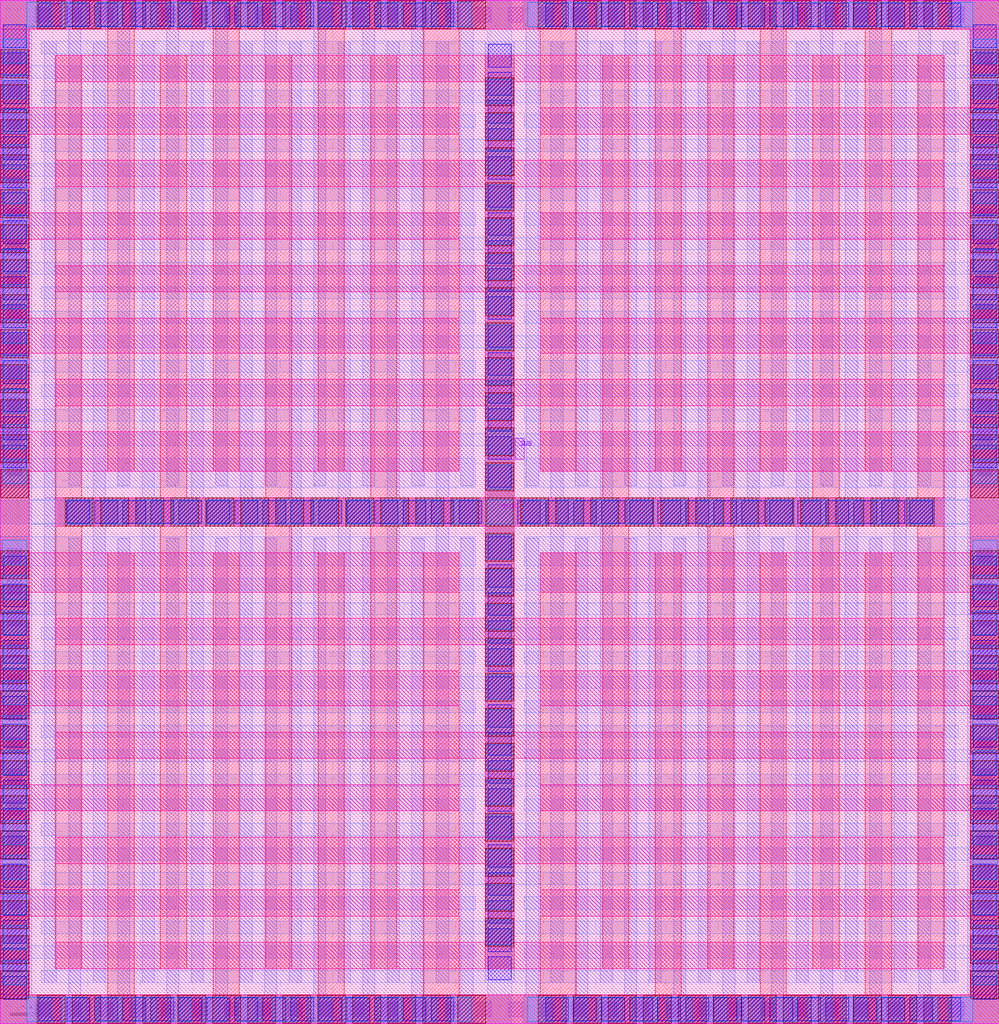
<source format=lef>
# Copyright 2020 The SkyWater PDK Authors
#
# Licensed under the Apache License, Version 2.0 (the "License");
# you may not use this file except in compliance with the License.
# You may obtain a copy of the License at
#
#     https://www.apache.org/licenses/LICENSE-2.0
#
# Unless required by applicable law or agreed to in writing, software
# distributed under the License is distributed on an "AS IS" BASIS,
# WITHOUT WARRANTIES OR CONDITIONS OF ANY KIND, either express or implied.
# See the License for the specific language governing permissions and
# limitations under the License.
#
# SPDX-License-Identifier: Apache-2.0

VERSION 5.7 ;
  NOWIREEXTENSIONATPIN ON ;
  DIVIDERCHAR "/" ;
  BUSBITCHARS "[]" ;
MACRO sky130_fd_pr__cap_vpp_11p5x11p7_m1m2m3m4_shieldl1m5
  CLASS BLOCK ;
  FOREIGN sky130_fd_pr__cap_vpp_11p5x11p7_m1m2m3m4_shieldl1m5 ;
  ORIGIN  0.000000  0.000000 ;
  SIZE  11.41000 BY  11.69000 ;
  PIN C0
    PORT
      LAYER met4 ;
        RECT  0.000000  0.000000 11.410000  0.330000 ;
        RECT  0.000000  0.330000  0.330000  1.230000 ;
        RECT  0.000000  1.230000  5.240000  1.530000 ;
        RECT  0.000000  1.530000  0.330000  2.430000 ;
        RECT  0.000000  2.430000  5.240000  2.730000 ;
        RECT  0.000000  2.730000  0.330000  3.630000 ;
        RECT  0.000000  3.630000  5.240000  4.030000 ;
        RECT  0.000000  4.030000  0.330000  4.930000 ;
        RECT  0.000000  4.930000  5.240000  5.380000 ;
        RECT  0.000000  5.380000  0.330000  6.310000 ;
        RECT  0.000000  6.310000  5.240000  6.760000 ;
        RECT  0.000000  6.760000  0.330000  7.660000 ;
        RECT  0.000000  7.660000  5.240000  8.060000 ;
        RECT  0.000000  8.060000  0.330000  8.960000 ;
        RECT  0.000000  8.960000  5.240000  9.260000 ;
        RECT  0.000000  9.260000  0.330000 10.160000 ;
        RECT  0.000000 10.160000  5.240000 10.460000 ;
        RECT  0.000000 10.460000  0.330000 11.360000 ;
        RECT  0.000000 11.360000 11.410000 11.690000 ;
        RECT  6.170000  1.230000 11.410000  1.530000 ;
        RECT  6.170000  2.430000 11.410000  2.730000 ;
        RECT  6.170000  3.630000 11.410000  4.030000 ;
        RECT  6.170000  4.930000 11.410000  5.380000 ;
        RECT  6.170000  6.310000 11.410000  6.760000 ;
        RECT  6.170000  7.660000 11.410000  8.060000 ;
        RECT  6.170000  8.960000 11.410000  9.260000 ;
        RECT  6.170000 10.160000 11.410000 10.460000 ;
        RECT 11.080000  0.330000 11.410000  1.230000 ;
        RECT 11.080000  1.530000 11.410000  2.430000 ;
        RECT 11.080000  2.730000 11.410000  3.630000 ;
        RECT 11.080000  4.030000 11.410000  4.930000 ;
        RECT 11.080000  5.380000 11.410000  6.310000 ;
        RECT 11.080000  6.760000 11.410000  7.660000 ;
        RECT 11.080000  8.060000 11.410000  8.960000 ;
        RECT 11.080000  9.260000 11.410000 10.160000 ;
        RECT 11.080000 10.460000 11.410000 11.360000 ;
    END
  END C0
  PIN C1
    PORT
      LAYER met4 ;
        RECT 0.630000  0.630000 10.780000  0.930000 ;
        RECT 0.630000  1.830000 10.780000  2.130000 ;
        RECT 0.630000  3.030000 10.780000  3.330000 ;
        RECT 0.630000  4.330000 10.780000  4.630000 ;
        RECT 0.630000  5.680000 10.780000  6.010000 ;
        RECT 0.630000  7.060000 10.780000  7.360000 ;
        RECT 0.630000  8.360000 10.780000  8.660000 ;
        RECT 0.630000  9.560000 10.780000  9.860000 ;
        RECT 0.630000 10.760000 10.780000 11.060000 ;
        RECT 5.540000  0.930000  5.870000  1.830000 ;
        RECT 5.540000  2.130000  5.870000  3.030000 ;
        RECT 5.540000  3.330000  5.870000  4.330000 ;
        RECT 5.540000  4.630000  5.870000  5.680000 ;
        RECT 5.540000  6.010000  5.870000  7.060000 ;
        RECT 5.540000  7.360000  5.870000  8.360000 ;
        RECT 5.540000  8.660000  5.870000  9.560000 ;
        RECT 5.540000  9.860000  5.870000 10.760000 ;
    END
  END C1
  PIN MET5
    PORT
      LAYER met5 ;
        RECT 0.000000 0.000000 11.410000 11.690000 ;
    END
  END MET5
  PIN SUB
    PORT
      LAYER pwell ;
        RECT 5.880000 6.445000 5.985000 6.690000 ;
    END
  END SUB
  OBS
    LAYER li1 ;
      RECT 0.000000 0.000000 11.410000 11.690000 ;
    LAYER mcon ;
      RECT  0.080000  0.580000  0.250000  0.750000 ;
      RECT  0.080000  0.940000  0.250000  1.110000 ;
      RECT  0.080000  1.300000  0.250000  1.470000 ;
      RECT  0.080000  1.660000  0.250000  1.830000 ;
      RECT  0.080000  2.020000  0.250000  2.190000 ;
      RECT  0.080000  2.380000  0.250000  2.550000 ;
      RECT  0.080000  2.740000  0.250000  2.910000 ;
      RECT  0.080000  3.100000  0.250000  3.270000 ;
      RECT  0.080000  3.460000  0.250000  3.630000 ;
      RECT  0.080000  3.820000  0.250000  3.990000 ;
      RECT  0.080000  4.180000  0.250000  4.350000 ;
      RECT  0.080000  4.540000  0.250000  4.710000 ;
      RECT  0.080000  4.900000  0.250000  5.070000 ;
      RECT  0.080000  5.260000  0.250000  5.430000 ;
      RECT  0.080000  6.260000  0.250000  6.430000 ;
      RECT  0.080000  6.620000  0.250000  6.790000 ;
      RECT  0.080000  6.980000  0.250000  7.150000 ;
      RECT  0.080000  7.340000  0.250000  7.510000 ;
      RECT  0.080000  7.700000  0.250000  7.870000 ;
      RECT  0.080000  8.060000  0.250000  8.230000 ;
      RECT  0.080000  8.420000  0.250000  8.590000 ;
      RECT  0.080000  8.780000  0.250000  8.950000 ;
      RECT  0.080000  9.140000  0.250000  9.310000 ;
      RECT  0.080000  9.500000  0.250000  9.670000 ;
      RECT  0.080000  9.860000  0.250000 10.030000 ;
      RECT  0.080000 10.220000  0.250000 10.390000 ;
      RECT  0.080000 10.580000  0.250000 10.750000 ;
      RECT  0.080000 10.940000  0.250000 11.110000 ;
      RECT  0.400000  0.080000  0.570000  0.250000 ;
      RECT  0.400000 11.440000  0.570000 11.610000 ;
      RECT  0.760000  0.080000  0.930000  0.250000 ;
      RECT  0.760000 11.440000  0.930000 11.610000 ;
      RECT  1.120000  0.080000  1.290000  0.250000 ;
      RECT  1.120000 11.440000  1.290000 11.610000 ;
      RECT  1.480000  0.080000  1.650000  0.250000 ;
      RECT  1.480000 11.440000  1.650000 11.610000 ;
      RECT  1.840000  0.080000  2.010000  0.250000 ;
      RECT  1.840000 11.440000  2.010000 11.610000 ;
      RECT  2.200000  0.080000  2.370000  0.250000 ;
      RECT  2.200000 11.440000  2.370000 11.610000 ;
      RECT  2.560000  0.080000  2.730000  0.250000 ;
      RECT  2.560000 11.440000  2.730000 11.610000 ;
      RECT  2.920000  0.080000  3.090000  0.250000 ;
      RECT  2.920000 11.440000  3.090000 11.610000 ;
      RECT  3.280000  0.080000  3.450000  0.250000 ;
      RECT  3.280000 11.440000  3.450000 11.610000 ;
      RECT  3.640000  0.080000  3.810000  0.250000 ;
      RECT  3.640000 11.440000  3.810000 11.610000 ;
      RECT  4.000000  0.080000  4.170000  0.250000 ;
      RECT  4.000000 11.440000  4.170000 11.610000 ;
      RECT  4.360000  0.080000  4.530000  0.250000 ;
      RECT  4.360000 11.440000  4.530000 11.610000 ;
      RECT  4.720000  0.080000  4.890000  0.250000 ;
      RECT  4.720000 11.440000  4.890000 11.610000 ;
      RECT  5.080000  0.080000  5.250000  0.250000 ;
      RECT  5.080000 11.440000  5.250000 11.610000 ;
      RECT  5.440000  0.080000  5.610000  0.250000 ;
      RECT  5.440000 11.440000  5.610000 11.610000 ;
      RECT  5.800000  0.080000  5.970000  0.250000 ;
      RECT  5.800000 11.440000  5.970000 11.610000 ;
      RECT  6.160000  0.080000  6.330000  0.250000 ;
      RECT  6.160000 11.440000  6.330000 11.610000 ;
      RECT  6.520000  0.080000  6.690000  0.250000 ;
      RECT  6.520000 11.440000  6.690000 11.610000 ;
      RECT  6.880000  0.080000  7.050000  0.250000 ;
      RECT  6.880000 11.440000  7.050000 11.610000 ;
      RECT  7.240000  0.080000  7.410000  0.250000 ;
      RECT  7.240000 11.440000  7.410000 11.610000 ;
      RECT  7.600000  0.080000  7.770000  0.250000 ;
      RECT  7.600000 11.440000  7.770000 11.610000 ;
      RECT  7.960000  0.080000  8.130000  0.250000 ;
      RECT  7.960000 11.440000  8.130000 11.610000 ;
      RECT  8.320000  0.080000  8.490000  0.250000 ;
      RECT  8.320000 11.440000  8.490000 11.610000 ;
      RECT  8.680000  0.080000  8.850000  0.250000 ;
      RECT  8.680000 11.440000  8.850000 11.610000 ;
      RECT  9.040000  0.080000  9.210000  0.250000 ;
      RECT  9.040000 11.440000  9.210000 11.610000 ;
      RECT  9.400000  0.080000  9.570000  0.250000 ;
      RECT  9.400000 11.440000  9.570000 11.610000 ;
      RECT  9.760000  0.080000  9.930000  0.250000 ;
      RECT  9.760000 11.440000  9.930000 11.610000 ;
      RECT 10.120000  0.080000 10.290000  0.250000 ;
      RECT 10.120000 11.440000 10.290000 11.610000 ;
      RECT 10.480000  0.080000 10.650000  0.250000 ;
      RECT 10.480000 11.440000 10.650000 11.610000 ;
      RECT 10.840000  0.080000 11.010000  0.250000 ;
      RECT 10.840000 11.440000 11.010000 11.610000 ;
      RECT 11.160000  0.580000 11.330000  0.750000 ;
      RECT 11.160000  0.940000 11.330000  1.110000 ;
      RECT 11.160000  1.300000 11.330000  1.470000 ;
      RECT 11.160000  1.660000 11.330000  1.830000 ;
      RECT 11.160000  2.020000 11.330000  2.190000 ;
      RECT 11.160000  2.380000 11.330000  2.550000 ;
      RECT 11.160000  2.740000 11.330000  2.910000 ;
      RECT 11.160000  3.100000 11.330000  3.270000 ;
      RECT 11.160000  3.460000 11.330000  3.630000 ;
      RECT 11.160000  3.820000 11.330000  3.990000 ;
      RECT 11.160000  4.180000 11.330000  4.350000 ;
      RECT 11.160000  4.540000 11.330000  4.710000 ;
      RECT 11.160000  4.900000 11.330000  5.070000 ;
      RECT 11.160000  5.260000 11.330000  5.430000 ;
      RECT 11.160000  6.260000 11.330000  6.430000 ;
      RECT 11.160000  6.620000 11.330000  6.790000 ;
      RECT 11.160000  6.980000 11.330000  7.150000 ;
      RECT 11.160000  7.340000 11.330000  7.510000 ;
      RECT 11.160000  7.700000 11.330000  7.870000 ;
      RECT 11.160000  8.060000 11.330000  8.230000 ;
      RECT 11.160000  8.420000 11.330000  8.590000 ;
      RECT 11.160000  8.780000 11.330000  8.950000 ;
      RECT 11.160000  9.140000 11.330000  9.310000 ;
      RECT 11.160000  9.500000 11.330000  9.670000 ;
      RECT 11.160000  9.860000 11.330000 10.030000 ;
      RECT 11.160000 10.220000 11.330000 10.390000 ;
      RECT 11.160000 10.580000 11.330000 10.750000 ;
      RECT 11.160000 10.940000 11.330000 11.110000 ;
    LAYER met1 ;
      RECT  0.000000  0.000000 11.410000  0.330000 ;
      RECT  0.000000  0.330000  0.360000 11.360000 ;
      RECT  0.000000 11.360000 11.410000 11.690000 ;
      RECT  0.500000  0.470000  0.640000  5.685000 ;
      RECT  0.500000  5.685000 10.910000  6.005000 ;
      RECT  0.500000  6.005000  0.640000 11.220000 ;
      RECT  0.780000  0.330000  0.920000  5.545000 ;
      RECT  0.780000  6.145000  0.920000 11.360000 ;
      RECT  1.060000  0.470000  1.200000  5.685000 ;
      RECT  1.060000  6.005000  1.200000 11.220000 ;
      RECT  1.340000  0.330000  1.480000  5.545000 ;
      RECT  1.340000  6.145000  1.480000 11.360000 ;
      RECT  1.620000  0.470000  1.760000  5.685000 ;
      RECT  1.620000  6.005000  1.760000 11.220000 ;
      RECT  1.900000  0.330000  2.040000  5.545000 ;
      RECT  1.900000  6.145000  2.040000 11.360000 ;
      RECT  2.180000  0.470000  2.320000  5.685000 ;
      RECT  2.180000  6.005000  2.320000 11.220000 ;
      RECT  2.460000  0.330000  2.600000  5.545000 ;
      RECT  2.460000  6.145000  2.600000 11.360000 ;
      RECT  2.740000  0.470000  2.880000  5.685000 ;
      RECT  2.740000  6.005000  2.880000 11.220000 ;
      RECT  3.020000  0.330000  3.160000  5.545000 ;
      RECT  3.020000  6.145000  3.160000 11.360000 ;
      RECT  3.300000  0.470000  3.440000  5.685000 ;
      RECT  3.300000  6.005000  3.440000 11.220000 ;
      RECT  3.580000  0.330000  3.720000  5.545000 ;
      RECT  3.580000  6.145000  3.720000 11.360000 ;
      RECT  3.860000  0.470000  4.000000  5.685000 ;
      RECT  3.860000  6.005000  4.000000 11.220000 ;
      RECT  4.140000  0.330000  4.280000  5.545000 ;
      RECT  4.140000  6.145000  4.280000 11.360000 ;
      RECT  4.420000  0.470000  4.560000  5.685000 ;
      RECT  4.420000  6.005000  4.560000 11.220000 ;
      RECT  4.700000  0.330000  4.840000  5.545000 ;
      RECT  4.700000  6.145000  4.840000 11.360000 ;
      RECT  4.980000  0.470000  5.120000  5.685000 ;
      RECT  4.980000  6.005000  5.120000 11.220000 ;
      RECT  5.260000  0.330000  5.400000  5.545000 ;
      RECT  5.260000  6.145000  5.400000 11.360000 ;
      RECT  5.540000  0.470000  5.870000  5.685000 ;
      RECT  5.540000  6.005000  5.870000 11.220000 ;
      RECT  6.010000  0.330000  6.150000  5.545000 ;
      RECT  6.010000  6.145000  6.150000 11.360000 ;
      RECT  6.290000  0.470000  6.430000  5.685000 ;
      RECT  6.290000  6.005000  6.430000 11.220000 ;
      RECT  6.570000  0.330000  6.710000  5.545000 ;
      RECT  6.570000  6.145000  6.710000 11.360000 ;
      RECT  6.850000  0.470000  6.990000  5.685000 ;
      RECT  6.850000  6.005000  6.990000 11.220000 ;
      RECT  7.130000  0.330000  7.270000  5.545000 ;
      RECT  7.130000  6.145000  7.270000 11.360000 ;
      RECT  7.410000  0.470000  7.550000  5.685000 ;
      RECT  7.410000  6.005000  7.550000 11.220000 ;
      RECT  7.690000  0.330000  7.830000  5.545000 ;
      RECT  7.690000  6.145000  7.830000 11.360000 ;
      RECT  7.970000  0.470000  8.110000  5.685000 ;
      RECT  7.970000  6.005000  8.110000 11.220000 ;
      RECT  8.250000  0.330000  8.390000  5.545000 ;
      RECT  8.250000  6.145000  8.390000 11.360000 ;
      RECT  8.530000  0.470000  8.670000  5.685000 ;
      RECT  8.530000  6.005000  8.670000 11.220000 ;
      RECT  8.810000  0.330000  8.950000  5.545000 ;
      RECT  8.810000  6.145000  8.950000 11.360000 ;
      RECT  9.090000  0.470000  9.230000  5.685000 ;
      RECT  9.090000  6.005000  9.230000 11.220000 ;
      RECT  9.370000  0.330000  9.510000  5.545000 ;
      RECT  9.370000  6.145000  9.510000 11.360000 ;
      RECT  9.650000  0.470000  9.790000  5.685000 ;
      RECT  9.650000  6.005000  9.790000 11.220000 ;
      RECT  9.930000  0.330000 10.070000  5.545000 ;
      RECT  9.930000  6.145000 10.070000 11.360000 ;
      RECT 10.210000  0.470000 10.350000  5.685000 ;
      RECT 10.210000  6.005000 10.350000 11.220000 ;
      RECT 10.490000  0.330000 10.630000  5.545000 ;
      RECT 10.490000  6.145000 10.630000 11.360000 ;
      RECT 10.770000  0.470000 10.910000  5.685000 ;
      RECT 10.770000  6.005000 10.910000 11.220000 ;
      RECT 11.050000  0.330000 11.410000 11.360000 ;
    LAYER met2 ;
      RECT  0.000000  0.000000  5.430000  0.330000 ;
      RECT  0.000000  0.330000  0.330000  0.750000 ;
      RECT  0.000000  0.750000  5.425000  0.890000 ;
      RECT  0.000000  0.890000  0.330000  1.310000 ;
      RECT  0.000000  1.310000  5.425000  1.450000 ;
      RECT  0.000000  1.450000  0.330000  1.870000 ;
      RECT  0.000000  1.870000  5.425000  2.010000 ;
      RECT  0.000000  2.010000  0.330000  2.430000 ;
      RECT  0.000000  2.430000  5.425000  2.570000 ;
      RECT  0.000000  2.570000  0.330000  2.990000 ;
      RECT  0.000000  2.990000  5.425000  3.130000 ;
      RECT  0.000000  3.130000  0.330000  3.550000 ;
      RECT  0.000000  3.550000  5.425000  3.690000 ;
      RECT  0.000000  3.690000  0.330000  4.110000 ;
      RECT  0.000000  4.110000  5.425000  4.250000 ;
      RECT  0.000000  4.250000  0.330000  4.670000 ;
      RECT  0.000000  4.670000  5.425000  4.810000 ;
      RECT  0.000000  4.810000  0.330000  5.230000 ;
      RECT  0.000000  5.230000  5.425000  5.565000 ;
      RECT  0.000000  5.565000  0.330000  5.570000 ;
      RECT  0.000000  5.710000 11.410000  5.980000 ;
      RECT  0.000000  6.120000  0.330000  6.125000 ;
      RECT  0.000000  6.125000  5.425000  6.460000 ;
      RECT  0.000000  6.460000  0.330000  6.880000 ;
      RECT  0.000000  6.880000  5.425000  7.020000 ;
      RECT  0.000000  7.020000  0.330000  7.440000 ;
      RECT  0.000000  7.440000  5.425000  7.580000 ;
      RECT  0.000000  7.580000  0.330000  8.000000 ;
      RECT  0.000000  8.000000  5.425000  8.140000 ;
      RECT  0.000000  8.140000  0.330000  8.560000 ;
      RECT  0.000000  8.560000  5.425000  8.700000 ;
      RECT  0.000000  8.700000  0.330000  9.120000 ;
      RECT  0.000000  9.120000  5.425000  9.260000 ;
      RECT  0.000000  9.260000  0.330000  9.680000 ;
      RECT  0.000000  9.680000  5.425000  9.820000 ;
      RECT  0.000000  9.820000  0.330000 10.240000 ;
      RECT  0.000000 10.240000  5.425000 10.380000 ;
      RECT  0.000000 10.380000  0.330000 10.800000 ;
      RECT  0.000000 10.800000  5.425000 10.940000 ;
      RECT  0.000000 10.940000  0.330000 11.360000 ;
      RECT  0.000000 11.360000  5.430000 11.690000 ;
      RECT  0.370000  5.705000 11.040000  5.710000 ;
      RECT  0.370000  5.980000 11.040000  5.985000 ;
      RECT  0.470000  0.470000 10.940000  0.610000 ;
      RECT  0.470000  1.030000 10.940000  1.170000 ;
      RECT  0.470000  1.590000 10.940000  1.730000 ;
      RECT  0.470000  2.150000 10.940000  2.290000 ;
      RECT  0.470000  2.710000 10.940000  2.850000 ;
      RECT  0.470000  3.270000 10.940000  3.410000 ;
      RECT  0.470000  3.830000 10.940000  3.970000 ;
      RECT  0.470000  4.390000 10.940000  4.530000 ;
      RECT  0.470000  4.950000 10.940000  5.090000 ;
      RECT  0.470000  6.600000 10.940000  6.740000 ;
      RECT  0.470000  7.160000 10.940000  7.300000 ;
      RECT  0.470000  7.720000 10.940000  7.860000 ;
      RECT  0.470000  8.280000 10.940000  8.420000 ;
      RECT  0.470000  8.840000 10.940000  8.980000 ;
      RECT  0.470000  9.400000 10.940000  9.540000 ;
      RECT  0.470000  9.960000 10.940000 10.100000 ;
      RECT  0.470000 10.520000 10.940000 10.660000 ;
      RECT  0.470000 11.080000 10.940000 11.220000 ;
      RECT  5.565000  0.610000  5.845000  1.030000 ;
      RECT  5.565000  1.170000  5.845000  1.590000 ;
      RECT  5.565000  1.730000  5.845000  2.150000 ;
      RECT  5.565000  2.290000  5.845000  2.710000 ;
      RECT  5.565000  2.850000  5.845000  3.270000 ;
      RECT  5.565000  3.410000  5.845000  3.830000 ;
      RECT  5.565000  3.970000  5.845000  4.390000 ;
      RECT  5.565000  4.530000  5.845000  4.950000 ;
      RECT  5.565000  5.090000  5.845000  5.705000 ;
      RECT  5.565000  5.985000  5.845000  6.600000 ;
      RECT  5.565000  6.740000  5.845000  7.160000 ;
      RECT  5.565000  7.300000  5.845000  7.720000 ;
      RECT  5.565000  7.860000  5.845000  8.280000 ;
      RECT  5.565000  8.420000  5.845000  8.840000 ;
      RECT  5.565000  8.980000  5.845000  9.400000 ;
      RECT  5.565000  9.540000  5.845000  9.960000 ;
      RECT  5.565000 10.100000  5.845000 10.520000 ;
      RECT  5.565000 10.660000  5.845000 11.080000 ;
      RECT  5.570000  0.000000  5.840000  0.470000 ;
      RECT  5.570000 11.220000  5.840000 11.690000 ;
      RECT  5.980000  0.000000 11.410000  0.330000 ;
      RECT  5.980000 11.360000 11.410000 11.690000 ;
      RECT  5.985000  0.750000 11.410000  0.890000 ;
      RECT  5.985000  1.310000 11.410000  1.450000 ;
      RECT  5.985000  1.870000 11.410000  2.010000 ;
      RECT  5.985000  2.430000 11.410000  2.570000 ;
      RECT  5.985000  2.990000 11.410000  3.130000 ;
      RECT  5.985000  3.550000 11.410000  3.690000 ;
      RECT  5.985000  4.110000 11.410000  4.250000 ;
      RECT  5.985000  4.670000 11.410000  4.810000 ;
      RECT  5.985000  5.230000 11.410000  5.565000 ;
      RECT  5.985000  6.125000 11.410000  6.460000 ;
      RECT  5.985000  6.880000 11.410000  7.020000 ;
      RECT  5.985000  7.440000 11.410000  7.580000 ;
      RECT  5.985000  8.000000 11.410000  8.140000 ;
      RECT  5.985000  8.560000 11.410000  8.700000 ;
      RECT  5.985000  9.120000 11.410000  9.260000 ;
      RECT  5.985000  9.680000 11.410000  9.820000 ;
      RECT  5.985000 10.240000 11.410000 10.380000 ;
      RECT  5.985000 10.800000 11.410000 10.940000 ;
      RECT 11.080000  0.330000 11.410000  0.750000 ;
      RECT 11.080000  0.890000 11.410000  1.310000 ;
      RECT 11.080000  1.450000 11.410000  1.870000 ;
      RECT 11.080000  2.010000 11.410000  2.430000 ;
      RECT 11.080000  2.570000 11.410000  2.990000 ;
      RECT 11.080000  3.130000 11.410000  3.550000 ;
      RECT 11.080000  3.690000 11.410000  4.110000 ;
      RECT 11.080000  4.250000 11.410000  4.670000 ;
      RECT 11.080000  4.810000 11.410000  5.230000 ;
      RECT 11.080000  5.565000 11.410000  5.570000 ;
      RECT 11.080000  6.120000 11.410000  6.125000 ;
      RECT 11.080000  6.460000 11.410000  6.880000 ;
      RECT 11.080000  7.020000 11.410000  7.440000 ;
      RECT 11.080000  7.580000 11.410000  8.000000 ;
      RECT 11.080000  8.140000 11.410000  8.560000 ;
      RECT 11.080000  8.700000 11.410000  9.120000 ;
      RECT 11.080000  9.260000 11.410000  9.680000 ;
      RECT 11.080000  9.820000 11.410000 10.240000 ;
      RECT 11.080000 10.380000 11.410000 10.800000 ;
      RECT 11.080000 10.940000 11.410000 11.360000 ;
    LAYER met3 ;
      RECT  0.000000  0.000000 11.410000  0.330000 ;
      RECT  0.000000  0.330000  0.330000 11.360000 ;
      RECT  0.000000 11.360000 11.410000 11.690000 ;
      RECT  0.630000  0.630000  0.930000  5.680000 ;
      RECT  0.630000  5.680000 10.780000  6.010000 ;
      RECT  0.630000  6.010000  0.930000 11.060000 ;
      RECT  1.230000  0.330000  1.530000  5.380000 ;
      RECT  1.230000  6.310000  1.530000 11.360000 ;
      RECT  1.830000  0.630000  2.130000  5.680000 ;
      RECT  1.830000  6.010000  2.130000 11.060000 ;
      RECT  2.430000  0.330000  2.730000  5.380000 ;
      RECT  2.430000  6.310000  2.730000 11.360000 ;
      RECT  3.030000  0.630000  3.330000  5.680000 ;
      RECT  3.030000  6.010000  3.330000 11.060000 ;
      RECT  3.630000  0.330000  3.930000  5.380000 ;
      RECT  3.630000  6.310000  3.930000 11.360000 ;
      RECT  4.230000  0.630000  4.530000  5.680000 ;
      RECT  4.230000  6.010000  4.530000 11.060000 ;
      RECT  4.830000  0.330000  5.240000  5.380000 ;
      RECT  4.830000  6.310000  5.240000 11.360000 ;
      RECT  5.540000  0.630000  5.870000  5.680000 ;
      RECT  5.540000  6.010000  5.870000 11.060000 ;
      RECT  6.170000  0.330000  6.580000  5.380000 ;
      RECT  6.170000  6.310000  6.580000 11.360000 ;
      RECT  6.880000  0.630000  7.180000  5.680000 ;
      RECT  6.880000  6.010000  7.180000 11.060000 ;
      RECT  7.480000  0.330000  7.780000  5.380000 ;
      RECT  7.480000  6.310000  7.780000 11.360000 ;
      RECT  8.080000  0.630000  8.380000  5.680000 ;
      RECT  8.080000  6.010000  8.380000 11.060000 ;
      RECT  8.680000  0.330000  8.980000  5.380000 ;
      RECT  8.680000  6.310000  8.980000 11.360000 ;
      RECT  9.280000  0.630000  9.580000  5.680000 ;
      RECT  9.280000  6.010000  9.580000 11.060000 ;
      RECT  9.880000  0.330000 10.180000  5.380000 ;
      RECT  9.880000  6.310000 10.180000 11.360000 ;
      RECT 10.480000  0.630000 10.780000  5.680000 ;
      RECT 10.480000  6.010000 10.780000 11.060000 ;
      RECT 11.080000  0.330000 11.410000 11.360000 ;
    LAYER via ;
      RECT  0.035000  0.280000  0.295000  0.540000 ;
      RECT  0.035000  0.600000  0.295000  0.860000 ;
      RECT  0.035000  0.920000  0.295000  1.180000 ;
      RECT  0.035000  1.240000  0.295000  1.500000 ;
      RECT  0.035000  1.560000  0.295000  1.820000 ;
      RECT  0.035000  1.880000  0.295000  2.140000 ;
      RECT  0.035000  2.200000  0.295000  2.460000 ;
      RECT  0.035000  2.520000  0.295000  2.780000 ;
      RECT  0.035000  2.840000  0.295000  3.100000 ;
      RECT  0.035000  3.160000  0.295000  3.420000 ;
      RECT  0.035000  3.480000  0.295000  3.740000 ;
      RECT  0.035000  3.800000  0.295000  4.060000 ;
      RECT  0.035000  4.120000  0.295000  4.380000 ;
      RECT  0.035000  4.440000  0.295000  4.700000 ;
      RECT  0.035000  4.760000  0.295000  5.020000 ;
      RECT  0.035000  5.080000  0.295000  5.340000 ;
      RECT  0.035000  6.350000  0.295000  6.610000 ;
      RECT  0.035000  6.670000  0.295000  6.930000 ;
      RECT  0.035000  6.990000  0.295000  7.250000 ;
      RECT  0.035000  7.310000  0.295000  7.570000 ;
      RECT  0.035000  7.630000  0.295000  7.890000 ;
      RECT  0.035000  7.950000  0.295000  8.210000 ;
      RECT  0.035000  8.270000  0.295000  8.530000 ;
      RECT  0.035000  8.590000  0.295000  8.850000 ;
      RECT  0.035000  8.910000  0.295000  9.170000 ;
      RECT  0.035000  9.230000  0.295000  9.490000 ;
      RECT  0.035000  9.550000  0.295000  9.810000 ;
      RECT  0.035000  9.870000  0.295000 10.130000 ;
      RECT  0.035000 10.190000  0.295000 10.450000 ;
      RECT  0.035000 10.510000  0.295000 10.770000 ;
      RECT  0.035000 10.830000  0.295000 11.090000 ;
      RECT  0.035000 11.150000  0.295000 11.410000 ;
      RECT  0.440000  0.035000  0.700000  0.295000 ;
      RECT  0.440000 11.395000  0.700000 11.655000 ;
      RECT  0.760000  0.035000  1.020000  0.295000 ;
      RECT  0.760000  5.715000  1.020000  5.975000 ;
      RECT  0.760000 11.395000  1.020000 11.655000 ;
      RECT  1.080000  0.035000  1.340000  0.295000 ;
      RECT  1.080000  5.715000  1.340000  5.975000 ;
      RECT  1.080000 11.395000  1.340000 11.655000 ;
      RECT  1.400000  0.035000  1.660000  0.295000 ;
      RECT  1.400000  5.715000  1.660000  5.975000 ;
      RECT  1.400000 11.395000  1.660000 11.655000 ;
      RECT  1.720000  0.035000  1.980000  0.295000 ;
      RECT  1.720000  5.715000  1.980000  5.975000 ;
      RECT  1.720000 11.395000  1.980000 11.655000 ;
      RECT  2.040000  0.035000  2.300000  0.295000 ;
      RECT  2.040000  5.715000  2.300000  5.975000 ;
      RECT  2.040000 11.395000  2.300000 11.655000 ;
      RECT  2.360000  0.035000  2.620000  0.295000 ;
      RECT  2.360000  5.715000  2.620000  5.975000 ;
      RECT  2.360000 11.395000  2.620000 11.655000 ;
      RECT  2.680000  0.035000  2.940000  0.295000 ;
      RECT  2.680000  5.715000  2.940000  5.975000 ;
      RECT  2.680000 11.395000  2.940000 11.655000 ;
      RECT  3.000000  0.035000  3.260000  0.295000 ;
      RECT  3.000000  5.715000  3.260000  5.975000 ;
      RECT  3.000000 11.395000  3.260000 11.655000 ;
      RECT  3.320000  0.035000  3.580000  0.295000 ;
      RECT  3.320000  5.715000  3.580000  5.975000 ;
      RECT  3.320000 11.395000  3.580000 11.655000 ;
      RECT  3.640000  0.035000  3.900000  0.295000 ;
      RECT  3.640000  5.715000  3.900000  5.975000 ;
      RECT  3.640000 11.395000  3.900000 11.655000 ;
      RECT  3.960000  0.035000  4.220000  0.295000 ;
      RECT  3.960000  5.715000  4.220000  5.975000 ;
      RECT  3.960000 11.395000  4.220000 11.655000 ;
      RECT  4.280000  0.035000  4.540000  0.295000 ;
      RECT  4.280000  5.715000  4.540000  5.975000 ;
      RECT  4.280000 11.395000  4.540000 11.655000 ;
      RECT  4.600000  0.035000  4.860000  0.295000 ;
      RECT  4.600000  5.715000  4.860000  5.975000 ;
      RECT  4.600000 11.395000  4.860000 11.655000 ;
      RECT  4.920000  0.035000  5.180000  0.295000 ;
      RECT  4.920000  5.715000  5.180000  5.975000 ;
      RECT  4.920000 11.395000  5.180000 11.655000 ;
      RECT  5.240000  5.715000  5.500000  5.975000 ;
      RECT  5.575000  0.505000  5.835000  0.765000 ;
      RECT  5.575000  0.825000  5.835000  1.085000 ;
      RECT  5.575000  1.145000  5.835000  1.405000 ;
      RECT  5.575000  1.465000  5.835000  1.725000 ;
      RECT  5.575000  1.785000  5.835000  2.045000 ;
      RECT  5.575000  2.105000  5.835000  2.365000 ;
      RECT  5.575000  2.425000  5.835000  2.685000 ;
      RECT  5.575000  2.745000  5.835000  3.005000 ;
      RECT  5.575000  3.065000  5.835000  3.325000 ;
      RECT  5.575000  3.385000  5.835000  3.645000 ;
      RECT  5.575000  3.705000  5.835000  3.965000 ;
      RECT  5.575000  4.025000  5.835000  4.285000 ;
      RECT  5.575000  4.345000  5.835000  4.605000 ;
      RECT  5.575000  4.665000  5.835000  4.925000 ;
      RECT  5.575000  4.985000  5.835000  5.245000 ;
      RECT  5.575000  5.305000  5.835000  5.565000 ;
      RECT  5.575000  6.125000  5.835000  6.385000 ;
      RECT  5.575000  6.445000  5.835000  6.705000 ;
      RECT  5.575000  6.765000  5.835000  7.025000 ;
      RECT  5.575000  7.085000  5.835000  7.345000 ;
      RECT  5.575000  7.405000  5.835000  7.665000 ;
      RECT  5.575000  7.725000  5.835000  7.985000 ;
      RECT  5.575000  8.045000  5.835000  8.305000 ;
      RECT  5.575000  8.365000  5.835000  8.625000 ;
      RECT  5.575000  8.685000  5.835000  8.945000 ;
      RECT  5.575000  9.005000  5.835000  9.265000 ;
      RECT  5.575000  9.325000  5.835000  9.585000 ;
      RECT  5.575000  9.645000  5.835000  9.905000 ;
      RECT  5.575000  9.965000  5.835000 10.225000 ;
      RECT  5.575000 10.285000  5.835000 10.545000 ;
      RECT  5.575000 10.605000  5.835000 10.865000 ;
      RECT  5.575000 10.925000  5.835000 11.185000 ;
      RECT  5.910000  5.715000  6.170000  5.975000 ;
      RECT  6.230000  0.035000  6.490000  0.295000 ;
      RECT  6.230000  5.715000  6.490000  5.975000 ;
      RECT  6.230000 11.395000  6.490000 11.655000 ;
      RECT  6.550000  0.035000  6.810000  0.295000 ;
      RECT  6.550000  5.715000  6.810000  5.975000 ;
      RECT  6.550000 11.395000  6.810000 11.655000 ;
      RECT  6.870000  0.035000  7.130000  0.295000 ;
      RECT  6.870000  5.715000  7.130000  5.975000 ;
      RECT  6.870000 11.395000  7.130000 11.655000 ;
      RECT  7.190000  0.035000  7.450000  0.295000 ;
      RECT  7.190000  5.715000  7.450000  5.975000 ;
      RECT  7.190000 11.395000  7.450000 11.655000 ;
      RECT  7.510000  0.035000  7.770000  0.295000 ;
      RECT  7.510000  5.715000  7.770000  5.975000 ;
      RECT  7.510000 11.395000  7.770000 11.655000 ;
      RECT  7.830000  0.035000  8.090000  0.295000 ;
      RECT  7.830000  5.715000  8.090000  5.975000 ;
      RECT  7.830000 11.395000  8.090000 11.655000 ;
      RECT  8.150000  0.035000  8.410000  0.295000 ;
      RECT  8.150000  5.715000  8.410000  5.975000 ;
      RECT  8.150000 11.395000  8.410000 11.655000 ;
      RECT  8.470000  0.035000  8.730000  0.295000 ;
      RECT  8.470000  5.715000  8.730000  5.975000 ;
      RECT  8.470000 11.395000  8.730000 11.655000 ;
      RECT  8.790000  0.035000  9.050000  0.295000 ;
      RECT  8.790000  5.715000  9.050000  5.975000 ;
      RECT  8.790000 11.395000  9.050000 11.655000 ;
      RECT  9.110000  0.035000  9.370000  0.295000 ;
      RECT  9.110000  5.715000  9.370000  5.975000 ;
      RECT  9.110000 11.395000  9.370000 11.655000 ;
      RECT  9.430000  0.035000  9.690000  0.295000 ;
      RECT  9.430000  5.715000  9.690000  5.975000 ;
      RECT  9.430000 11.395000  9.690000 11.655000 ;
      RECT  9.750000  0.035000 10.010000  0.295000 ;
      RECT  9.750000  5.715000 10.010000  5.975000 ;
      RECT  9.750000 11.395000 10.010000 11.655000 ;
      RECT 10.070000  0.035000 10.330000  0.295000 ;
      RECT 10.070000  5.715000 10.330000  5.975000 ;
      RECT 10.070000 11.395000 10.330000 11.655000 ;
      RECT 10.390000  0.035000 10.650000  0.295000 ;
      RECT 10.390000  5.715000 10.650000  5.975000 ;
      RECT 10.390000 11.395000 10.650000 11.655000 ;
      RECT 10.710000  0.035000 10.970000  0.295000 ;
      RECT 10.710000 11.395000 10.970000 11.655000 ;
      RECT 11.115000  0.280000 11.375000  0.540000 ;
      RECT 11.115000  0.600000 11.375000  0.860000 ;
      RECT 11.115000  0.920000 11.375000  1.180000 ;
      RECT 11.115000  1.240000 11.375000  1.500000 ;
      RECT 11.115000  1.560000 11.375000  1.820000 ;
      RECT 11.115000  1.880000 11.375000  2.140000 ;
      RECT 11.115000  2.200000 11.375000  2.460000 ;
      RECT 11.115000  2.520000 11.375000  2.780000 ;
      RECT 11.115000  2.840000 11.375000  3.100000 ;
      RECT 11.115000  3.160000 11.375000  3.420000 ;
      RECT 11.115000  3.480000 11.375000  3.740000 ;
      RECT 11.115000  3.800000 11.375000  4.060000 ;
      RECT 11.115000  4.120000 11.375000  4.380000 ;
      RECT 11.115000  4.440000 11.375000  4.700000 ;
      RECT 11.115000  4.760000 11.375000  5.020000 ;
      RECT 11.115000  5.080000 11.375000  5.340000 ;
      RECT 11.115000  6.350000 11.375000  6.610000 ;
      RECT 11.115000  6.670000 11.375000  6.930000 ;
      RECT 11.115000  6.990000 11.375000  7.250000 ;
      RECT 11.115000  7.310000 11.375000  7.570000 ;
      RECT 11.115000  7.630000 11.375000  7.890000 ;
      RECT 11.115000  7.950000 11.375000  8.210000 ;
      RECT 11.115000  8.270000 11.375000  8.530000 ;
      RECT 11.115000  8.590000 11.375000  8.850000 ;
      RECT 11.115000  8.910000 11.375000  9.170000 ;
      RECT 11.115000  9.230000 11.375000  9.490000 ;
      RECT 11.115000  9.550000 11.375000  9.810000 ;
      RECT 11.115000  9.870000 11.375000 10.130000 ;
      RECT 11.115000 10.190000 11.375000 10.450000 ;
      RECT 11.115000 10.510000 11.375000 10.770000 ;
      RECT 11.115000 10.830000 11.375000 11.090000 ;
      RECT 11.115000 11.150000 11.375000 11.410000 ;
    LAYER via2 ;
      RECT  0.025000  0.445000  0.305000  0.725000 ;
      RECT  0.025000  0.845000  0.305000  1.125000 ;
      RECT  0.025000  1.245000  0.305000  1.525000 ;
      RECT  0.025000  1.645000  0.305000  1.925000 ;
      RECT  0.025000  2.045000  0.305000  2.325000 ;
      RECT  0.025000  2.445000  0.305000  2.725000 ;
      RECT  0.025000  2.845000  0.305000  3.125000 ;
      RECT  0.025000  3.245000  0.305000  3.525000 ;
      RECT  0.025000  3.645000  0.305000  3.925000 ;
      RECT  0.025000  4.045000  0.305000  4.325000 ;
      RECT  0.025000  4.445000  0.305000  4.725000 ;
      RECT  0.025000  4.845000  0.305000  5.125000 ;
      RECT  0.025000  5.245000  0.305000  5.525000 ;
      RECT  0.025000  6.165000  0.305000  6.445000 ;
      RECT  0.025000  6.565000  0.305000  6.845000 ;
      RECT  0.025000  6.965000  0.305000  7.245000 ;
      RECT  0.025000  7.365000  0.305000  7.645000 ;
      RECT  0.025000  7.765000  0.305000  8.045000 ;
      RECT  0.025000  8.165000  0.305000  8.445000 ;
      RECT  0.025000  8.565000  0.305000  8.845000 ;
      RECT  0.025000  8.965000  0.305000  9.245000 ;
      RECT  0.025000  9.365000  0.305000  9.645000 ;
      RECT  0.025000  9.765000  0.305000 10.045000 ;
      RECT  0.025000 10.165000  0.305000 10.445000 ;
      RECT  0.025000 10.565000  0.305000 10.845000 ;
      RECT  0.025000 10.965000  0.305000 11.245000 ;
      RECT  0.305000  0.025000  0.585000  0.305000 ;
      RECT  0.305000 11.385000  0.585000 11.665000 ;
      RECT  0.705000  0.025000  0.985000  0.305000 ;
      RECT  0.705000 11.385000  0.985000 11.665000 ;
      RECT  0.765000  5.705000  1.045000  5.985000 ;
      RECT  1.105000  0.025000  1.385000  0.305000 ;
      RECT  1.105000 11.385000  1.385000 11.665000 ;
      RECT  1.165000  5.705000  1.445000  5.985000 ;
      RECT  1.505000  0.025000  1.785000  0.305000 ;
      RECT  1.505000 11.385000  1.785000 11.665000 ;
      RECT  1.565000  5.705000  1.845000  5.985000 ;
      RECT  1.905000  0.025000  2.185000  0.305000 ;
      RECT  1.905000 11.385000  2.185000 11.665000 ;
      RECT  1.965000  5.705000  2.245000  5.985000 ;
      RECT  2.305000  0.025000  2.585000  0.305000 ;
      RECT  2.305000 11.385000  2.585000 11.665000 ;
      RECT  2.365000  5.705000  2.645000  5.985000 ;
      RECT  2.705000  0.025000  2.985000  0.305000 ;
      RECT  2.705000 11.385000  2.985000 11.665000 ;
      RECT  2.765000  5.705000  3.045000  5.985000 ;
      RECT  3.105000  0.025000  3.385000  0.305000 ;
      RECT  3.105000 11.385000  3.385000 11.665000 ;
      RECT  3.165000  5.705000  3.445000  5.985000 ;
      RECT  3.505000  0.025000  3.785000  0.305000 ;
      RECT  3.505000 11.385000  3.785000 11.665000 ;
      RECT  3.565000  5.705000  3.845000  5.985000 ;
      RECT  3.905000  0.025000  4.185000  0.305000 ;
      RECT  3.905000 11.385000  4.185000 11.665000 ;
      RECT  3.965000  5.705000  4.245000  5.985000 ;
      RECT  4.305000  0.025000  4.585000  0.305000 ;
      RECT  4.305000 11.385000  4.585000 11.665000 ;
      RECT  4.365000  5.705000  4.645000  5.985000 ;
      RECT  4.705000  0.025000  4.985000  0.305000 ;
      RECT  4.705000 11.385000  4.985000 11.665000 ;
      RECT  4.765000  5.705000  5.045000  5.985000 ;
      RECT  5.105000  0.025000  5.385000  0.305000 ;
      RECT  5.105000 11.385000  5.385000 11.665000 ;
      RECT  5.165000  5.705000  5.445000  5.985000 ;
      RECT  5.565000  0.905000  5.845000  1.185000 ;
      RECT  5.565000  1.305000  5.845000  1.585000 ;
      RECT  5.565000  1.705000  5.845000  1.985000 ;
      RECT  5.565000  2.105000  5.845000  2.385000 ;
      RECT  5.565000  2.505000  5.845000  2.785000 ;
      RECT  5.565000  2.905000  5.845000  3.185000 ;
      RECT  5.565000  3.305000  5.845000  3.585000 ;
      RECT  5.565000  3.705000  5.845000  3.985000 ;
      RECT  5.565000  4.105000  5.845000  4.385000 ;
      RECT  5.565000  4.505000  5.845000  4.785000 ;
      RECT  5.565000  4.905000  5.845000  5.185000 ;
      RECT  5.565000  5.305000  5.845000  5.585000 ;
      RECT  5.565000  5.705000  5.845000  5.985000 ;
      RECT  5.565000  6.105000  5.845000  6.385000 ;
      RECT  5.565000  6.505000  5.845000  6.785000 ;
      RECT  5.565000  6.905000  5.845000  7.185000 ;
      RECT  5.565000  7.305000  5.845000  7.585000 ;
      RECT  5.565000  7.705000  5.845000  7.985000 ;
      RECT  5.565000  8.105000  5.845000  8.385000 ;
      RECT  5.565000  8.505000  5.845000  8.785000 ;
      RECT  5.565000  8.905000  5.845000  9.185000 ;
      RECT  5.565000  9.305000  5.845000  9.585000 ;
      RECT  5.565000  9.705000  5.845000  9.985000 ;
      RECT  5.565000 10.105000  5.845000 10.385000 ;
      RECT  5.565000 10.505000  5.845000 10.785000 ;
      RECT  5.965000  5.705000  6.245000  5.985000 ;
      RECT  6.025000  0.025000  6.305000  0.305000 ;
      RECT  6.025000 11.385000  6.305000 11.665000 ;
      RECT  6.365000  5.705000  6.645000  5.985000 ;
      RECT  6.425000  0.025000  6.705000  0.305000 ;
      RECT  6.425000 11.385000  6.705000 11.665000 ;
      RECT  6.765000  5.705000  7.045000  5.985000 ;
      RECT  6.825000  0.025000  7.105000  0.305000 ;
      RECT  6.825000 11.385000  7.105000 11.665000 ;
      RECT  7.165000  5.705000  7.445000  5.985000 ;
      RECT  7.225000  0.025000  7.505000  0.305000 ;
      RECT  7.225000 11.385000  7.505000 11.665000 ;
      RECT  7.565000  5.705000  7.845000  5.985000 ;
      RECT  7.625000  0.025000  7.905000  0.305000 ;
      RECT  7.625000 11.385000  7.905000 11.665000 ;
      RECT  7.965000  5.705000  8.245000  5.985000 ;
      RECT  8.025000  0.025000  8.305000  0.305000 ;
      RECT  8.025000 11.385000  8.305000 11.665000 ;
      RECT  8.365000  5.705000  8.645000  5.985000 ;
      RECT  8.425000  0.025000  8.705000  0.305000 ;
      RECT  8.425000 11.385000  8.705000 11.665000 ;
      RECT  8.765000  5.705000  9.045000  5.985000 ;
      RECT  8.825000  0.025000  9.105000  0.305000 ;
      RECT  8.825000 11.385000  9.105000 11.665000 ;
      RECT  9.165000  5.705000  9.445000  5.985000 ;
      RECT  9.225000  0.025000  9.505000  0.305000 ;
      RECT  9.225000 11.385000  9.505000 11.665000 ;
      RECT  9.565000  5.705000  9.845000  5.985000 ;
      RECT  9.625000  0.025000  9.905000  0.305000 ;
      RECT  9.625000 11.385000  9.905000 11.665000 ;
      RECT  9.965000  5.705000 10.245000  5.985000 ;
      RECT 10.025000  0.025000 10.305000  0.305000 ;
      RECT 10.025000 11.385000 10.305000 11.665000 ;
      RECT 10.365000  5.705000 10.645000  5.985000 ;
      RECT 10.425000  0.025000 10.705000  0.305000 ;
      RECT 10.425000 11.385000 10.705000 11.665000 ;
      RECT 10.825000  0.025000 11.105000  0.305000 ;
      RECT 10.825000 11.385000 11.105000 11.665000 ;
      RECT 11.105000  0.445000 11.385000  0.725000 ;
      RECT 11.105000  0.845000 11.385000  1.125000 ;
      RECT 11.105000  1.245000 11.385000  1.525000 ;
      RECT 11.105000  1.645000 11.385000  1.925000 ;
      RECT 11.105000  2.045000 11.385000  2.325000 ;
      RECT 11.105000  2.445000 11.385000  2.725000 ;
      RECT 11.105000  2.845000 11.385000  3.125000 ;
      RECT 11.105000  3.245000 11.385000  3.525000 ;
      RECT 11.105000  3.645000 11.385000  3.925000 ;
      RECT 11.105000  4.045000 11.385000  4.325000 ;
      RECT 11.105000  4.445000 11.385000  4.725000 ;
      RECT 11.105000  4.845000 11.385000  5.125000 ;
      RECT 11.105000  5.245000 11.385000  5.525000 ;
      RECT 11.105000  6.165000 11.385000  6.445000 ;
      RECT 11.105000  6.565000 11.385000  6.845000 ;
      RECT 11.105000  6.965000 11.385000  7.245000 ;
      RECT 11.105000  7.365000 11.385000  7.645000 ;
      RECT 11.105000  7.765000 11.385000  8.045000 ;
      RECT 11.105000  8.165000 11.385000  8.445000 ;
      RECT 11.105000  8.565000 11.385000  8.845000 ;
      RECT 11.105000  8.965000 11.385000  9.245000 ;
      RECT 11.105000  9.365000 11.385000  9.645000 ;
      RECT 11.105000  9.765000 11.385000 10.045000 ;
      RECT 11.105000 10.165000 11.385000 10.445000 ;
      RECT 11.105000 10.565000 11.385000 10.845000 ;
      RECT 11.105000 10.965000 11.385000 11.245000 ;
    LAYER via3 ;
      RECT  0.005000  0.285000  0.325000  0.605000 ;
      RECT  0.005000  0.685000  0.325000  1.005000 ;
      RECT  0.005000  1.085000  0.325000  1.405000 ;
      RECT  0.005000  1.485000  0.325000  1.805000 ;
      RECT  0.005000  1.885000  0.325000  2.205000 ;
      RECT  0.005000  2.285000  0.325000  2.605000 ;
      RECT  0.005000  2.685000  0.325000  3.005000 ;
      RECT  0.005000  3.085000  0.325000  3.405000 ;
      RECT  0.005000  3.485000  0.325000  3.805000 ;
      RECT  0.005000  3.885000  0.325000  4.205000 ;
      RECT  0.005000  4.285000  0.325000  4.605000 ;
      RECT  0.005000  4.685000  0.325000  5.005000 ;
      RECT  0.005000  5.085000  0.325000  5.405000 ;
      RECT  0.005000  6.005000  0.325000  6.325000 ;
      RECT  0.005000  6.405000  0.325000  6.725000 ;
      RECT  0.005000  6.805000  0.325000  7.125000 ;
      RECT  0.005000  7.205000  0.325000  7.525000 ;
      RECT  0.005000  7.605000  0.325000  7.925000 ;
      RECT  0.005000  8.005000  0.325000  8.325000 ;
      RECT  0.005000  8.405000  0.325000  8.725000 ;
      RECT  0.005000  8.805000  0.325000  9.125000 ;
      RECT  0.005000  9.205000  0.325000  9.525000 ;
      RECT  0.005000  9.605000  0.325000  9.925000 ;
      RECT  0.005000 10.005000  0.325000 10.325000 ;
      RECT  0.005000 10.405000  0.325000 10.725000 ;
      RECT  0.005000 10.805000  0.325000 11.125000 ;
      RECT  0.425000  0.005000  0.745000  0.325000 ;
      RECT  0.425000 11.365000  0.745000 11.685000 ;
      RECT  0.745000  5.685000  1.065000  6.005000 ;
      RECT  0.825000  0.005000  1.145000  0.325000 ;
      RECT  0.825000 11.365000  1.145000 11.685000 ;
      RECT  1.145000  5.685000  1.465000  6.005000 ;
      RECT  1.225000  0.005000  1.545000  0.325000 ;
      RECT  1.225000 11.365000  1.545000 11.685000 ;
      RECT  1.545000  5.685000  1.865000  6.005000 ;
      RECT  1.625000  0.005000  1.945000  0.325000 ;
      RECT  1.625000 11.365000  1.945000 11.685000 ;
      RECT  1.945000  5.685000  2.265000  6.005000 ;
      RECT  2.025000  0.005000  2.345000  0.325000 ;
      RECT  2.025000 11.365000  2.345000 11.685000 ;
      RECT  2.345000  5.685000  2.665000  6.005000 ;
      RECT  2.425000  0.005000  2.745000  0.325000 ;
      RECT  2.425000 11.365000  2.745000 11.685000 ;
      RECT  2.745000  5.685000  3.065000  6.005000 ;
      RECT  2.825000  0.005000  3.145000  0.325000 ;
      RECT  2.825000 11.365000  3.145000 11.685000 ;
      RECT  3.145000  5.685000  3.465000  6.005000 ;
      RECT  3.225000  0.005000  3.545000  0.325000 ;
      RECT  3.225000 11.365000  3.545000 11.685000 ;
      RECT  3.545000  5.685000  3.865000  6.005000 ;
      RECT  3.625000  0.005000  3.945000  0.325000 ;
      RECT  3.625000 11.365000  3.945000 11.685000 ;
      RECT  3.945000  5.685000  4.265000  6.005000 ;
      RECT  4.025000  0.005000  4.345000  0.325000 ;
      RECT  4.025000 11.365000  4.345000 11.685000 ;
      RECT  4.345000  5.685000  4.665000  6.005000 ;
      RECT  4.425000  0.005000  4.745000  0.325000 ;
      RECT  4.425000 11.365000  4.745000 11.685000 ;
      RECT  4.745000  5.685000  5.065000  6.005000 ;
      RECT  4.825000  0.005000  5.145000  0.325000 ;
      RECT  4.825000 11.365000  5.145000 11.685000 ;
      RECT  5.145000  5.685000  5.465000  6.005000 ;
      RECT  5.225000  0.005000  5.545000  0.325000 ;
      RECT  5.225000 11.365000  5.545000 11.685000 ;
      RECT  5.545000  0.885000  5.865000  1.205000 ;
      RECT  5.545000  1.285000  5.865000  1.605000 ;
      RECT  5.545000  1.685000  5.865000  2.005000 ;
      RECT  5.545000  2.085000  5.865000  2.405000 ;
      RECT  5.545000  2.485000  5.865000  2.805000 ;
      RECT  5.545000  2.885000  5.865000  3.205000 ;
      RECT  5.545000  3.285000  5.865000  3.605000 ;
      RECT  5.545000  3.685000  5.865000  4.005000 ;
      RECT  5.545000  4.085000  5.865000  4.405000 ;
      RECT  5.545000  4.485000  5.865000  4.805000 ;
      RECT  5.545000  4.885000  5.865000  5.205000 ;
      RECT  5.545000  5.285000  5.865000  5.605000 ;
      RECT  5.545000  5.685000  5.865000  6.005000 ;
      RECT  5.545000  6.085000  5.865000  6.405000 ;
      RECT  5.545000  6.485000  5.865000  6.805000 ;
      RECT  5.545000  6.885000  5.865000  7.205000 ;
      RECT  5.545000  7.285000  5.865000  7.605000 ;
      RECT  5.545000  7.685000  5.865000  8.005000 ;
      RECT  5.545000  8.085000  5.865000  8.405000 ;
      RECT  5.545000  8.485000  5.865000  8.805000 ;
      RECT  5.545000  8.885000  5.865000  9.205000 ;
      RECT  5.545000  9.285000  5.865000  9.605000 ;
      RECT  5.545000  9.685000  5.865000 10.005000 ;
      RECT  5.545000 10.085000  5.865000 10.405000 ;
      RECT  5.545000 10.485000  5.865000 10.805000 ;
      RECT  5.945000  5.685000  6.265000  6.005000 ;
      RECT  6.145000  0.005000  6.465000  0.325000 ;
      RECT  6.145000 11.365000  6.465000 11.685000 ;
      RECT  6.345000  5.685000  6.665000  6.005000 ;
      RECT  6.545000  0.005000  6.865000  0.325000 ;
      RECT  6.545000 11.365000  6.865000 11.685000 ;
      RECT  6.745000  5.685000  7.065000  6.005000 ;
      RECT  6.945000  0.005000  7.265000  0.325000 ;
      RECT  6.945000 11.365000  7.265000 11.685000 ;
      RECT  7.145000  5.685000  7.465000  6.005000 ;
      RECT  7.345000  0.005000  7.665000  0.325000 ;
      RECT  7.345000 11.365000  7.665000 11.685000 ;
      RECT  7.545000  5.685000  7.865000  6.005000 ;
      RECT  7.745000  0.005000  8.065000  0.325000 ;
      RECT  7.745000 11.365000  8.065000 11.685000 ;
      RECT  7.945000  5.685000  8.265000  6.005000 ;
      RECT  8.145000  0.005000  8.465000  0.325000 ;
      RECT  8.145000 11.365000  8.465000 11.685000 ;
      RECT  8.345000  5.685000  8.665000  6.005000 ;
      RECT  8.545000  0.005000  8.865000  0.325000 ;
      RECT  8.545000 11.365000  8.865000 11.685000 ;
      RECT  8.745000  5.685000  9.065000  6.005000 ;
      RECT  8.945000  0.005000  9.265000  0.325000 ;
      RECT  8.945000 11.365000  9.265000 11.685000 ;
      RECT  9.145000  5.685000  9.465000  6.005000 ;
      RECT  9.345000  0.005000  9.665000  0.325000 ;
      RECT  9.345000 11.365000  9.665000 11.685000 ;
      RECT  9.545000  5.685000  9.865000  6.005000 ;
      RECT  9.745000  0.005000 10.065000  0.325000 ;
      RECT  9.745000 11.365000 10.065000 11.685000 ;
      RECT  9.945000  5.685000 10.265000  6.005000 ;
      RECT 10.145000  0.005000 10.465000  0.325000 ;
      RECT 10.145000 11.365000 10.465000 11.685000 ;
      RECT 10.345000  5.685000 10.665000  6.005000 ;
      RECT 10.545000  0.005000 10.865000  0.325000 ;
      RECT 10.545000 11.365000 10.865000 11.685000 ;
      RECT 11.085000  0.285000 11.405000  0.605000 ;
      RECT 11.085000  0.685000 11.405000  1.005000 ;
      RECT 11.085000  1.085000 11.405000  1.405000 ;
      RECT 11.085000  1.485000 11.405000  1.805000 ;
      RECT 11.085000  1.885000 11.405000  2.205000 ;
      RECT 11.085000  2.285000 11.405000  2.605000 ;
      RECT 11.085000  2.685000 11.405000  3.005000 ;
      RECT 11.085000  3.085000 11.405000  3.405000 ;
      RECT 11.085000  3.485000 11.405000  3.805000 ;
      RECT 11.085000  3.885000 11.405000  4.205000 ;
      RECT 11.085000  4.285000 11.405000  4.605000 ;
      RECT 11.085000  4.685000 11.405000  5.005000 ;
      RECT 11.085000  5.085000 11.405000  5.405000 ;
      RECT 11.085000  6.005000 11.405000  6.325000 ;
      RECT 11.085000  6.405000 11.405000  6.725000 ;
      RECT 11.085000  6.805000 11.405000  7.125000 ;
      RECT 11.085000  7.205000 11.405000  7.525000 ;
      RECT 11.085000  7.605000 11.405000  7.925000 ;
      RECT 11.085000  8.005000 11.405000  8.325000 ;
      RECT 11.085000  8.405000 11.405000  8.725000 ;
      RECT 11.085000  8.805000 11.405000  9.125000 ;
      RECT 11.085000  9.205000 11.405000  9.525000 ;
      RECT 11.085000  9.605000 11.405000  9.925000 ;
      RECT 11.085000 10.005000 11.405000 10.325000 ;
      RECT 11.085000 10.405000 11.405000 10.725000 ;
      RECT 11.085000 10.805000 11.405000 11.125000 ;
  END
END sky130_fd_pr__cap_vpp_11p5x11p7_m1m2m3m4_shieldl1m5
END LIBRARY

</source>
